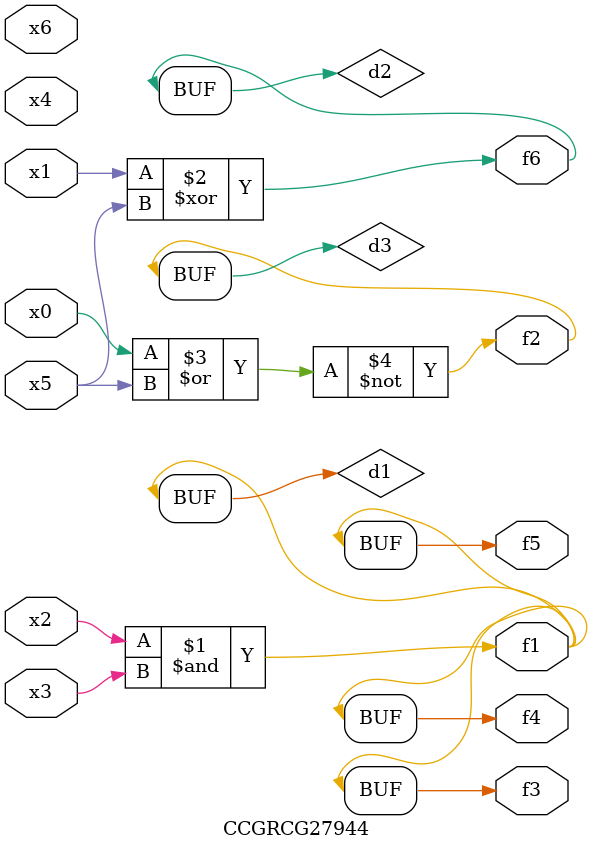
<source format=v>
module CCGRCG27944(
	input x0, x1, x2, x3, x4, x5, x6,
	output f1, f2, f3, f4, f5, f6
);

	wire d1, d2, d3;

	and (d1, x2, x3);
	xor (d2, x1, x5);
	nor (d3, x0, x5);
	assign f1 = d1;
	assign f2 = d3;
	assign f3 = d1;
	assign f4 = d1;
	assign f5 = d1;
	assign f6 = d2;
endmodule

</source>
